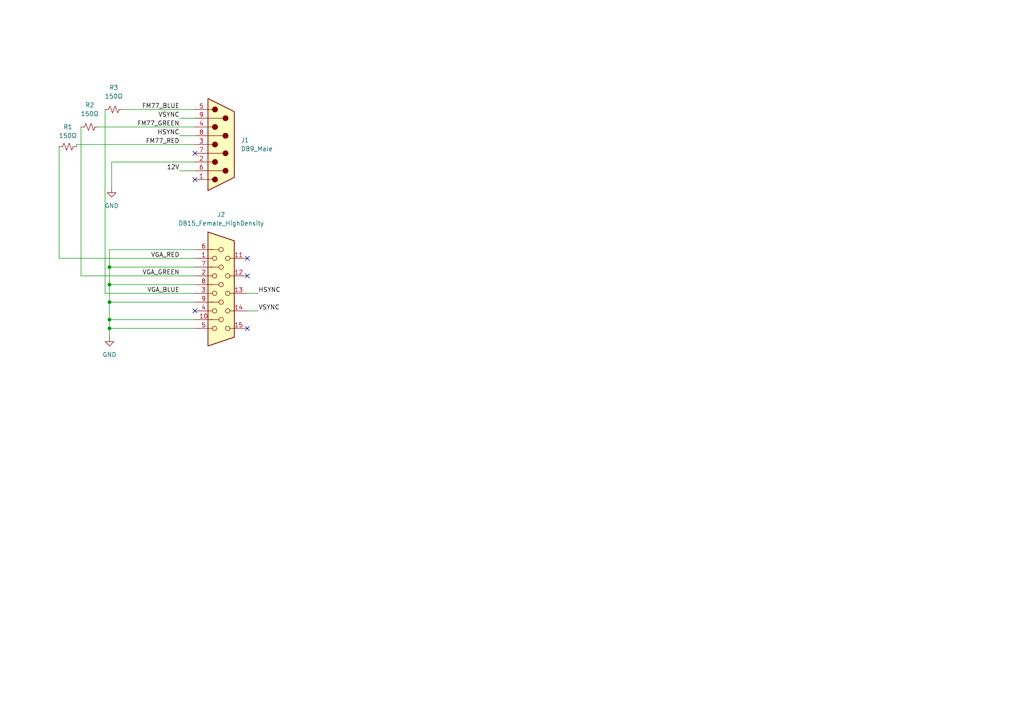
<source format=kicad_sch>
(kicad_sch (version 20211123) (generator eeschema)
  (paper "A4")
  (lib_symbols
    (symbol "Connector:DB15_Female_HighDensity" (pin_names (offset 1.016) hide)
      (property "Reference" "J" (at 0 21.59 0))
      (property "Value" "DB15_Female_HighDensity" (at 0 19.05 0))
      (symbol "DB15_Female_HighDensity_0_1"
        (circle (center -1.905 -10.16) (radius 0.635))
        (circle (center -1.905 -5.08) (radius 0.635))
        (circle (center -1.905 0) (radius 0.635))
        (circle (center -1.905 5.08) (radius 0.635))
        (circle (center -1.905 10.16) (radius 0.635))
        (circle (center 0 -7.62) (radius 0.635))
        (circle (center 0 -2.54) (radius 0.635))
        (polyline (pts (xy -3.175 7.62) (xy -0.635 7.62)))
        (polyline (pts (xy -0.635 -7.62) (xy -3.175 -7.62)))
        (polyline (pts (xy -0.635 -2.54) (xy -3.175 -2.54)))
        (polyline (pts (xy -0.635 2.54) (xy -3.175 2.54)))
        (polyline (pts (xy -0.635 12.7) (xy -3.175 12.7)))
        (polyline (pts (xy -3.81 17.78) (xy -3.81 -15.24) (xy 3.81 -12.7) (xy 3.81 15.24) (xy -3.81 17.78)) (stroke (width 0.254)) (fill (type background)))
        (circle (center 0 2.54) (radius 0.635))
        (circle (center 0 7.62) (radius 0.635))
        (circle (center 0 12.7) (radius 0.635))
        (circle (center 1.905 -10.16) (radius 0.635))
        (circle (center 1.905 -5.08) (radius 0.635))
        (circle (center 1.905 0) (radius 0.635))
        (circle (center 1.905 5.08) (radius 0.635))
        (circle (center 1.905 10.16) (radius 0.635))
      )
      (symbol "DB15_Female_HighDensity_1_1"
        (pin passive line (at -7.62 10.16 0) (length 5.08) (name "~") (number "1"))
        (pin passive line (at -7.62 -7.62 0) (length 5.08) (name "~") (number "10"))
        (pin passive line (at 7.62 10.16 180) (length 5.08) (name "~") (number "11"))
        (pin passive line (at 7.62 5.08 180) (length 5.08) (name "~") (number "12"))
        (pin passive line (at 7.62 0 180) (length 5.08) (name "~") (number "13"))
        (pin passive line (at 7.62 -5.08 180) (length 5.08) (name "~") (number "14"))
        (pin passive line (at 7.62 -10.16 180) (length 5.08) (name "~") (number "15"))
        (pin passive line (at -7.62 5.08 0) (length 5.08) (name "~") (number "2"))
        (pin passive line (at -7.62 0 0) (length 5.08) (name "~") (number "3"))
        (pin passive line (at -7.62 -5.08 0) (length 5.08) (name "~") (number "4"))
        (pin passive line (at -7.62 -10.16 0) (length 5.08) (name "~") (number "5"))
        (pin passive line (at -7.62 12.7 0) (length 5.08) (name "~") (number "6"))
        (pin passive line (at -7.62 7.62 0) (length 5.08) (name "~") (number "7"))
        (pin passive line (at -7.62 2.54 0) (length 5.08) (name "~") (number "8"))
        (pin passive line (at -7.62 -2.54 0) (length 5.08) (name "~") (number "9"))
      )
    )
    (symbol "Connector:DB9_Male" (pin_names (offset 1.016) hide)
      (property "Reference" "J" (at 0 13.97 0))
      (property "Value" "DB9_Male" (at 0 -14.605 0))
      (symbol "DB9_Male_0_1"
        (circle (center -1.778 -10.16) (radius 0.762) (fill (type outline)))
        (circle (center -1.778 -5.08) (radius 0.762) (fill (type outline)))
        (circle (center -1.778 0) (radius 0.762) (fill (type outline)))
        (circle (center -1.778 5.08) (radius 0.762) (fill (type outline)))
        (circle (center -1.778 10.16) (radius 0.762) (fill (type outline)))
        (polyline (pts (xy -3.81 -10.16) (xy -2.54 -10.16)))
        (polyline (pts (xy -3.81 -7.62) (xy 0.508 -7.62)))
        (polyline (pts (xy -3.81 -5.08) (xy -2.54 -5.08)))
        (polyline (pts (xy -3.81 -2.54) (xy 0.508 -2.54)))
        (polyline (pts (xy -3.81 0) (xy -2.54 0)))
        (polyline (pts (xy -3.81 2.54) (xy 0.508 2.54)))
        (polyline (pts (xy -3.81 5.08) (xy -2.54 5.08)))
        (polyline (pts (xy -3.81 7.62) (xy 0.508 7.62)))
        (polyline (pts (xy -3.81 10.16) (xy -2.54 10.16)))
        (polyline (pts (xy -3.81 -13.335) (xy -3.81 13.335) (xy 3.81 9.525) (xy 3.81 -9.525) (xy -3.81 -13.335)) (stroke (width 0.254)) (fill (type background)))
        (circle (center 1.27 -7.62) (radius 0.762) (fill (type outline)))
        (circle (center 1.27 -2.54) (radius 0.762) (fill (type outline)))
        (circle (center 1.27 2.54) (radius 0.762) (fill (type outline)))
        (circle (center 1.27 7.62) (radius 0.762) (fill (type outline)))
      )
      (symbol "DB9_Male_1_1"
        (pin passive line (at -7.62 -10.16 0) (length 3.81) (name "1") (number "1"))
        (pin passive line (at -7.62 -5.08 0) (length 3.81) (name "2") (number "2"))
        (pin passive line (at -7.62 0 0) (length 3.81) (name "3") (number "3"))
        (pin passive line (at -7.62 5.08 0) (length 3.81) (name "4") (number "4"))
        (pin passive line (at -7.62 10.16 0) (length 3.81) (name "5") (number "5"))
        (pin passive line (at -7.62 -7.62 0) (length 3.81) (name "6") (number "6"))
        (pin passive line (at -7.62 -2.54 0) (length 3.81) (name "7") (number "7"))
        (pin passive line (at -7.62 2.54 0) (length 3.81) (name "8") (number "8"))
        (pin passive line (at -7.62 7.62 0) (length 3.81) (name "9") (number "9"))
      )
    )
    (symbol "Device:R_Small_US" (pin_numbers hide) (pin_names (offset 0.254) hide)
      (property "Reference" "R" (at 0.762 0.508 0))
      (property "Value" "R_Small_US" (at 0.762 -1.016 0))
      (symbol "R_Small_US_1_1"
        (polyline (pts (xy 0 0) (xy 1.016 -0.381) (xy 0 -0.762) (xy -1.016 -1.143) (xy 0 -1.524)))
        (polyline (pts (xy 0 1.524) (xy 1.016 1.143) (xy 0 0.762) (xy -1.016 0.381) (xy 0 0)))
        (pin passive line (at 0 2.54 270) (length 1.016) (name "~") (number "1"))
        (pin passive line (at 0 -2.54 90) (length 1.016) (name "~") (number "2"))
      )
    )
    (symbol "power:GND" (power) (pin_names (offset 0))
      (property "Value" "GND" (at 0 -3.81 0))
      (symbol "GND_0_1"
        (polyline (pts (xy 0 0) (xy 0 -1.27) (xy 1.27 -1.27) (xy 0 -2.54) (xy -1.27 -1.27) (xy 0 -1.27)))
      )
      (symbol "GND_1_1"
        (pin power_in line (at 0 0 270) (length 0) hide (name "GND") (number "1"))
      )
    )
  )
  (junction (at 31.75 82.55))
  (junction (at 31.75 87.63))
  (junction (at 31.75 77.47))
  (junction (at 31.75 95.25))
  (junction (at 31.75 92.71))
  (no_connect (at 56.515 44.45))
  (no_connect (at 56.515 52.07))
  (no_connect (at 56.515 90.17))
  (no_connect (at 71.755 74.93))
  (no_connect (at 71.755 80.01))
  (no_connect (at 71.755 95.25))
  (wire (pts (xy 31.75 82.55) (xy 56.515 82.55)))
  (wire (pts (xy 23.495 36.83) (xy 23.495 80.01)))
  (wire (pts (xy 32.385 46.99) (xy 56.515 46.99)))
  (wire (pts (xy 31.75 82.55) (xy 31.75 77.47)))
  (wire (pts (xy 71.755 90.17) (xy 74.93 90.17)))
  (wire (pts (xy 22.225 42.545) (xy 22.225 41.91)))
  (wire (pts (xy 52.07 49.53) (xy 56.515 49.53)))
  (wire (pts (xy 31.75 92.71) (xy 56.515 92.71)))
  (wire (pts (xy 52.07 34.29) (xy 56.515 34.29)))
  (wire (pts (xy 28.575 36.83) (xy 56.515 36.83)))
  (wire (pts (xy 31.75 72.39) (xy 56.515 72.39)))
  (wire (pts (xy 31.75 95.25) (xy 31.75 92.71)))
  (wire (pts (xy 22.225 41.91) (xy 56.515 41.91)))
  (wire (pts (xy 31.75 97.79) (xy 31.75 95.25)))
  (wire (pts (xy 31.75 77.47) (xy 56.515 77.47)))
  (wire (pts (xy 31.75 87.63) (xy 31.75 82.55)))
  (wire (pts (xy 31.75 95.25) (xy 56.515 95.25)))
  (wire (pts (xy 71.755 85.09) (xy 74.93 85.09)))
  (wire (pts (xy 31.75 87.63) (xy 56.515 87.63)))
  (wire (pts (xy 35.56 31.75) (xy 56.515 31.75)))
  (wire (pts (xy 23.495 80.01) (xy 56.515 80.01)))
  (wire (pts (xy 32.385 54.61) (xy 32.385 46.99)))
  (wire (pts (xy 30.48 85.09) (xy 56.515 85.09)))
  (wire (pts (xy 30.48 31.75) (xy 30.48 85.09)))
  (wire (pts (xy 52.07 39.37) (xy 56.515 39.37)))
  (wire (pts (xy 31.75 92.71) (xy 31.75 87.63)))
  (wire (pts (xy 31.75 77.47) (xy 31.75 72.39)))
  (wire (pts (xy 17.145 74.93) (xy 56.515 74.93)))
  (wire (pts (xy 17.145 42.545) (xy 17.145 74.93)))
  (label "12V" (at 52.07 49.53 180))
  (label "FM77_GREEN" (at 52.07 36.83 180))
  (label "VSYNC" (at 52.07 34.29 180))
  (label "VGA_RED" (at 52.07 74.93 180))
  (label "HSYNC" (at 74.93 85.09 0))
  (label "FM77_RED" (at 52.07 41.91 180))
  (label "VGA_GREEN" (at 52.07 80.01 180))
  (label "FM77_BLUE" (at 52.07 31.75 180))
  (label "VSYNC" (at 74.93 90.17 0))
  (label "VGA_BLUE" (at 52.07 85.09 180))
  (label "HSYNC" (at 52.07 39.37 180))
  (symbol (lib_id "power:GND") (at 32.385 54.61 0) (unit 1)
    (property "Reference" "#PWR0101" (effects hide))
    (property "Value" "GND" (at 32.385 59.69 0))
  )
  (symbol (lib_id "Device:R_Small_US") (at 26.035 36.83 90) (unit 1)
    (property "Reference" "R2" (at 26.035 30.48 90))
    (property "Value" "150Ω" (at 26.035 33.02 90))
    (property "Footprint" "Resistor_THT:R_Axial_DIN0207_L6.3mm_D2.5mm_P10.16mm_Horizontal" (effects hide))
  )
  (symbol (lib_id "Device:R_Small_US") (at 19.685 42.545 90) (unit 1)
    (property "Reference" "R1" (at 19.685 36.83 90))
    (property "Value" "150Ω" (at 19.685 39.37 90))
    (property "Footprint" "Resistor_THT:R_Axial_DIN0207_L6.3mm_D2.5mm_P10.16mm_Horizontal" (effects hide))
  )
  (symbol (lib_id "power:GND") (at 31.75 97.79 0) (unit 1)
    (property "Reference" "#PWR0102" (effects hide))
    (property "Value" "GND" (at 31.75 102.87 0))
  )
  (symbol (lib_id "Connector:DB15_Female_HighDensity") (at 64.135 85.09 0) (unit 1)
    (property "Reference" "J2" (at 64.135 62.23 0))
    (property "Value" "DB15_Female_HighDensity" (at 64.135 64.77 0))
    (property "Footprint" "Connector_TE_AMP_HD15:FIXED-1-1734530-1" (effects hide))
    (property "Datasheet" " ~" (effects hide))
  )
  (symbol (lib_id "Device:R_Small_US") (at 33.02 31.75 90) (unit 1)
    (property "Reference" "R3" (at 33.02 25.4 90))
    (property "Value" "150Ω" (at 33.02 27.94 90))
    (property "Footprint" "Resistor_THT:R_Axial_DIN0207_L6.3mm_D2.5mm_P10.16mm_Horizontal" (effects hide))
  )
  (symbol (lib_id "Connector:DB9_Male") (at 64.135 41.91 0) (unit 1)
    (property "Reference" "J1" (at 69.85 40.6399 0) (effects (justify left)))
    (property "Value" "DB9_Male" (at 69.85 43.1799 0) (effects (justify left)))
    (property "Footprint" "LeadedSolder:A-DS 09 A-KG-T2S" (effects hide))
    (property "Datasheet" " ~" (effects hide))
  )
)
</source>
